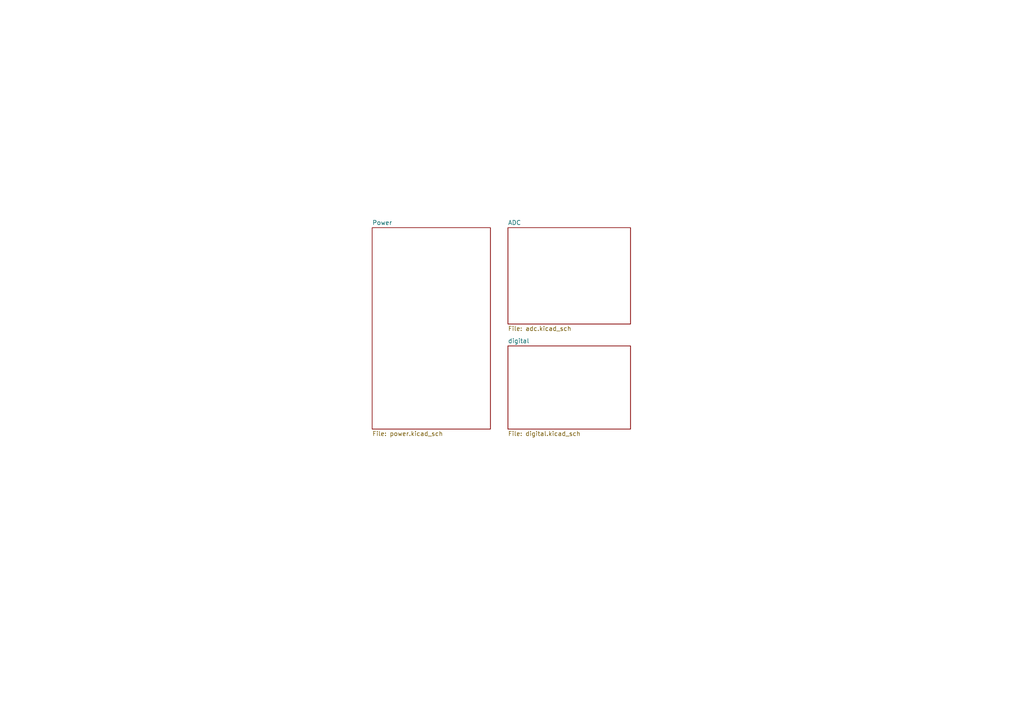
<source format=kicad_sch>
(kicad_sch (version 20230121) (generator eeschema)
  (paper "A4")
  (title_block (title "2D5 experiment board") (date "2023-12-01") (rev "0.1") (company "Apertus"))
  (lib_symbols)
  (sheet (at 107.95 66.04) (size 34.29 58.42) (stroke (width 0.1524))
    (property "Sheetname" "Power" (at 107.95 65.3284 0) (effects (justify left bottom)))
    (property "Sheetfile" "power.kicad_sch" (at 107.95 125.0446 0) (effects (justify left top)))
  )
  (sheet (at 147.32 100.33) (size 35.56 24.13) (stroke (width 0.1524))
    (property "Sheetname" "digital" (at 147.32 99.6184 0) (effects (justify left bottom)))
    (property "Sheetfile" "digital.kicad_sch" (at 147.32 125.0446 0) (effects (justify left top)))
  )
  (sheet (at 147.32 66.04) (size 35.56 27.94) (stroke (width 0.1524))
    (property "Sheetname" "ADC" (at 147.32 65.3284 0) (effects (justify left bottom)))
    (property "Sheetfile" "adc.kicad_sch" (at 147.32 94.5646 0) (effects (justify left top)))
  )
)
</source>
